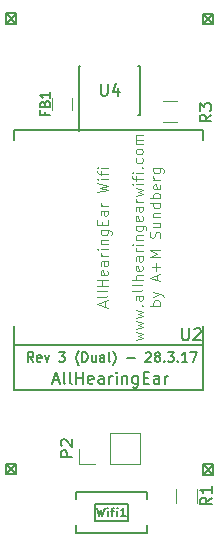
<source format=gbr>
G04 #@! TF.FileFunction,Legend,Top*
%FSLAX46Y46*%
G04 Gerber Fmt 4.6, Leading zero omitted, Abs format (unit mm)*
G04 Created by KiCad (PCBNEW 4.0.4-stable) date 03/30/17 11:45:36*
%MOMM*%
%LPD*%
G01*
G04 APERTURE LIST*
%ADD10C,0.100000*%
%ADD11C,0.150000*%
%ADD12C,0.125000*%
%ADD13C,0.127000*%
%ADD14C,0.120000*%
%ADD15C,0.152400*%
G04 APERTURE END LIST*
D10*
D11*
X144552380Y-91091905D02*
X144285713Y-90710952D01*
X144095237Y-91091905D02*
X144095237Y-90291905D01*
X144399999Y-90291905D01*
X144476190Y-90330000D01*
X144514285Y-90368095D01*
X144552380Y-90444286D01*
X144552380Y-90558571D01*
X144514285Y-90634762D01*
X144476190Y-90672857D01*
X144399999Y-90710952D01*
X144095237Y-90710952D01*
X145199999Y-91053810D02*
X145123809Y-91091905D01*
X144971428Y-91091905D01*
X144895237Y-91053810D01*
X144857142Y-90977619D01*
X144857142Y-90672857D01*
X144895237Y-90596667D01*
X144971428Y-90558571D01*
X145123809Y-90558571D01*
X145199999Y-90596667D01*
X145238094Y-90672857D01*
X145238094Y-90749048D01*
X144857142Y-90825238D01*
X145504761Y-90558571D02*
X145695237Y-91091905D01*
X145885713Y-90558571D01*
X146723809Y-90291905D02*
X147219047Y-90291905D01*
X146952380Y-90596667D01*
X147066666Y-90596667D01*
X147142856Y-90634762D01*
X147180952Y-90672857D01*
X147219047Y-90749048D01*
X147219047Y-90939524D01*
X147180952Y-91015714D01*
X147142856Y-91053810D01*
X147066666Y-91091905D01*
X146838094Y-91091905D01*
X146761904Y-91053810D01*
X146723809Y-91015714D01*
X148400000Y-91396667D02*
X148361904Y-91358571D01*
X148285714Y-91244286D01*
X148247619Y-91168095D01*
X148209523Y-91053810D01*
X148171428Y-90863333D01*
X148171428Y-90710952D01*
X148209523Y-90520476D01*
X148247619Y-90406190D01*
X148285714Y-90330000D01*
X148361904Y-90215714D01*
X148400000Y-90177619D01*
X148704761Y-91091905D02*
X148704761Y-90291905D01*
X148895237Y-90291905D01*
X149009523Y-90330000D01*
X149085714Y-90406190D01*
X149123809Y-90482381D01*
X149161904Y-90634762D01*
X149161904Y-90749048D01*
X149123809Y-90901429D01*
X149085714Y-90977619D01*
X149009523Y-91053810D01*
X148895237Y-91091905D01*
X148704761Y-91091905D01*
X149847618Y-90558571D02*
X149847618Y-91091905D01*
X149504761Y-90558571D02*
X149504761Y-90977619D01*
X149542856Y-91053810D01*
X149619047Y-91091905D01*
X149733333Y-91091905D01*
X149809523Y-91053810D01*
X149847618Y-91015714D01*
X150571428Y-91091905D02*
X150571428Y-90672857D01*
X150533333Y-90596667D01*
X150457143Y-90558571D01*
X150304762Y-90558571D01*
X150228571Y-90596667D01*
X150571428Y-91053810D02*
X150495238Y-91091905D01*
X150304762Y-91091905D01*
X150228571Y-91053810D01*
X150190476Y-90977619D01*
X150190476Y-90901429D01*
X150228571Y-90825238D01*
X150304762Y-90787143D01*
X150495238Y-90787143D01*
X150571428Y-90749048D01*
X151066667Y-91091905D02*
X150990476Y-91053810D01*
X150952381Y-90977619D01*
X150952381Y-90291905D01*
X151295239Y-91396667D02*
X151333334Y-91358571D01*
X151409524Y-91244286D01*
X151447620Y-91168095D01*
X151485715Y-91053810D01*
X151523810Y-90863333D01*
X151523810Y-90710952D01*
X151485715Y-90520476D01*
X151447620Y-90406190D01*
X151409524Y-90330000D01*
X151333334Y-90215714D01*
X151295239Y-90177619D01*
X152514286Y-90787143D02*
X153123810Y-90787143D01*
X154076191Y-90368095D02*
X154114286Y-90330000D01*
X154190477Y-90291905D01*
X154380953Y-90291905D01*
X154457143Y-90330000D01*
X154495239Y-90368095D01*
X154533334Y-90444286D01*
X154533334Y-90520476D01*
X154495239Y-90634762D01*
X154038096Y-91091905D01*
X154533334Y-91091905D01*
X154990477Y-90634762D02*
X154914286Y-90596667D01*
X154876191Y-90558571D01*
X154838096Y-90482381D01*
X154838096Y-90444286D01*
X154876191Y-90368095D01*
X154914286Y-90330000D01*
X154990477Y-90291905D01*
X155142858Y-90291905D01*
X155219048Y-90330000D01*
X155257144Y-90368095D01*
X155295239Y-90444286D01*
X155295239Y-90482381D01*
X155257144Y-90558571D01*
X155219048Y-90596667D01*
X155142858Y-90634762D01*
X154990477Y-90634762D01*
X154914286Y-90672857D01*
X154876191Y-90710952D01*
X154838096Y-90787143D01*
X154838096Y-90939524D01*
X154876191Y-91015714D01*
X154914286Y-91053810D01*
X154990477Y-91091905D01*
X155142858Y-91091905D01*
X155219048Y-91053810D01*
X155257144Y-91015714D01*
X155295239Y-90939524D01*
X155295239Y-90787143D01*
X155257144Y-90710952D01*
X155219048Y-90672857D01*
X155142858Y-90634762D01*
X155638096Y-91015714D02*
X155676191Y-91053810D01*
X155638096Y-91091905D01*
X155600001Y-91053810D01*
X155638096Y-91015714D01*
X155638096Y-91091905D01*
X155942858Y-90291905D02*
X156438096Y-90291905D01*
X156171429Y-90596667D01*
X156285715Y-90596667D01*
X156361905Y-90634762D01*
X156400001Y-90672857D01*
X156438096Y-90749048D01*
X156438096Y-90939524D01*
X156400001Y-91015714D01*
X156361905Y-91053810D01*
X156285715Y-91091905D01*
X156057143Y-91091905D01*
X155980953Y-91053810D01*
X155942858Y-91015714D01*
X156780953Y-91015714D02*
X156819048Y-91053810D01*
X156780953Y-91091905D01*
X156742858Y-91053810D01*
X156780953Y-91015714D01*
X156780953Y-91091905D01*
X157580953Y-91091905D02*
X157123810Y-91091905D01*
X157352381Y-91091905D02*
X157352381Y-90291905D01*
X157276191Y-90406190D01*
X157200000Y-90482381D01*
X157123810Y-90520476D01*
X157847620Y-90291905D02*
X158380953Y-90291905D01*
X158038096Y-91091905D01*
D12*
X150607500Y-86432857D02*
X150607500Y-86004286D01*
X150864643Y-86518572D02*
X149964643Y-86218572D01*
X150864643Y-85918572D01*
X150864643Y-85490000D02*
X150821786Y-85575714D01*
X150736071Y-85618571D01*
X149964643Y-85618571D01*
X150864643Y-85018571D02*
X150821786Y-85104285D01*
X150736071Y-85147142D01*
X149964643Y-85147142D01*
X150864643Y-84675713D02*
X149964643Y-84675713D01*
X150393214Y-84675713D02*
X150393214Y-84161428D01*
X150864643Y-84161428D02*
X149964643Y-84161428D01*
X150821786Y-83389999D02*
X150864643Y-83475713D01*
X150864643Y-83647142D01*
X150821786Y-83732856D01*
X150736071Y-83775713D01*
X150393214Y-83775713D01*
X150307500Y-83732856D01*
X150264643Y-83647142D01*
X150264643Y-83475713D01*
X150307500Y-83389999D01*
X150393214Y-83347142D01*
X150478929Y-83347142D01*
X150564643Y-83775713D01*
X150864643Y-82575713D02*
X150393214Y-82575713D01*
X150307500Y-82618570D01*
X150264643Y-82704284D01*
X150264643Y-82875713D01*
X150307500Y-82961427D01*
X150821786Y-82575713D02*
X150864643Y-82661427D01*
X150864643Y-82875713D01*
X150821786Y-82961427D01*
X150736071Y-83004284D01*
X150650357Y-83004284D01*
X150564643Y-82961427D01*
X150521786Y-82875713D01*
X150521786Y-82661427D01*
X150478929Y-82575713D01*
X150864643Y-82147141D02*
X150264643Y-82147141D01*
X150436071Y-82147141D02*
X150350357Y-82104284D01*
X150307500Y-82061427D01*
X150264643Y-81975713D01*
X150264643Y-81889998D01*
X150864643Y-81589998D02*
X150264643Y-81589998D01*
X149964643Y-81589998D02*
X150007500Y-81632855D01*
X150050357Y-81589998D01*
X150007500Y-81547141D01*
X149964643Y-81589998D01*
X150050357Y-81589998D01*
X150264643Y-81161427D02*
X150864643Y-81161427D01*
X150350357Y-81161427D02*
X150307500Y-81118570D01*
X150264643Y-81032856D01*
X150264643Y-80904284D01*
X150307500Y-80818570D01*
X150393214Y-80775713D01*
X150864643Y-80775713D01*
X150264643Y-79961427D02*
X150993214Y-79961427D01*
X151078929Y-80004284D01*
X151121786Y-80047141D01*
X151164643Y-80132856D01*
X151164643Y-80261427D01*
X151121786Y-80347141D01*
X150821786Y-79961427D02*
X150864643Y-80047141D01*
X150864643Y-80218570D01*
X150821786Y-80304284D01*
X150778929Y-80347141D01*
X150693214Y-80389998D01*
X150436071Y-80389998D01*
X150350357Y-80347141D01*
X150307500Y-80304284D01*
X150264643Y-80218570D01*
X150264643Y-80047141D01*
X150307500Y-79961427D01*
X150393214Y-79532855D02*
X150393214Y-79232855D01*
X150864643Y-79104284D02*
X150864643Y-79532855D01*
X149964643Y-79532855D01*
X149964643Y-79104284D01*
X150864643Y-78332855D02*
X150393214Y-78332855D01*
X150307500Y-78375712D01*
X150264643Y-78461426D01*
X150264643Y-78632855D01*
X150307500Y-78718569D01*
X150821786Y-78332855D02*
X150864643Y-78418569D01*
X150864643Y-78632855D01*
X150821786Y-78718569D01*
X150736071Y-78761426D01*
X150650357Y-78761426D01*
X150564643Y-78718569D01*
X150521786Y-78632855D01*
X150521786Y-78418569D01*
X150478929Y-78332855D01*
X150864643Y-77904283D02*
X150264643Y-77904283D01*
X150436071Y-77904283D02*
X150350357Y-77861426D01*
X150307500Y-77818569D01*
X150264643Y-77732855D01*
X150264643Y-77647140D01*
X149964643Y-76747141D02*
X150864643Y-76532855D01*
X150221786Y-76361426D01*
X150864643Y-76189998D01*
X149964643Y-75975712D01*
X150864643Y-75632855D02*
X150264643Y-75632855D01*
X149964643Y-75632855D02*
X150007500Y-75675712D01*
X150050357Y-75632855D01*
X150007500Y-75589998D01*
X149964643Y-75632855D01*
X150050357Y-75632855D01*
X150264643Y-75332856D02*
X150264643Y-74989999D01*
X150864643Y-75204284D02*
X150093214Y-75204284D01*
X150007500Y-75161427D01*
X149964643Y-75075713D01*
X149964643Y-74989999D01*
X150864643Y-74689998D02*
X150264643Y-74689998D01*
X149964643Y-74689998D02*
X150007500Y-74732855D01*
X150050357Y-74689998D01*
X150007500Y-74647141D01*
X149964643Y-74689998D01*
X150050357Y-74689998D01*
X153214643Y-89261430D02*
X153814643Y-89090001D01*
X153386071Y-88918572D01*
X153814643Y-88747144D01*
X153214643Y-88575715D01*
X153214643Y-88318573D02*
X153814643Y-88147144D01*
X153386071Y-87975715D01*
X153814643Y-87804287D01*
X153214643Y-87632858D01*
X153214643Y-87375716D02*
X153814643Y-87204287D01*
X153386071Y-87032858D01*
X153814643Y-86861430D01*
X153214643Y-86690001D01*
X153728929Y-86347144D02*
X153771786Y-86304287D01*
X153814643Y-86347144D01*
X153771786Y-86390001D01*
X153728929Y-86347144D01*
X153814643Y-86347144D01*
X153814643Y-85532859D02*
X153343214Y-85532859D01*
X153257500Y-85575716D01*
X153214643Y-85661430D01*
X153214643Y-85832859D01*
X153257500Y-85918573D01*
X153771786Y-85532859D02*
X153814643Y-85618573D01*
X153814643Y-85832859D01*
X153771786Y-85918573D01*
X153686071Y-85961430D01*
X153600357Y-85961430D01*
X153514643Y-85918573D01*
X153471786Y-85832859D01*
X153471786Y-85618573D01*
X153428929Y-85532859D01*
X153814643Y-84975716D02*
X153771786Y-85061430D01*
X153686071Y-85104287D01*
X152914643Y-85104287D01*
X153814643Y-84504287D02*
X153771786Y-84590001D01*
X153686071Y-84632858D01*
X152914643Y-84632858D01*
X153814643Y-84161429D02*
X152914643Y-84161429D01*
X153814643Y-83775715D02*
X153343214Y-83775715D01*
X153257500Y-83818572D01*
X153214643Y-83904286D01*
X153214643Y-84032858D01*
X153257500Y-84118572D01*
X153300357Y-84161429D01*
X153771786Y-83004286D02*
X153814643Y-83090000D01*
X153814643Y-83261429D01*
X153771786Y-83347143D01*
X153686071Y-83390000D01*
X153343214Y-83390000D01*
X153257500Y-83347143D01*
X153214643Y-83261429D01*
X153214643Y-83090000D01*
X153257500Y-83004286D01*
X153343214Y-82961429D01*
X153428929Y-82961429D01*
X153514643Y-83390000D01*
X153814643Y-82190000D02*
X153343214Y-82190000D01*
X153257500Y-82232857D01*
X153214643Y-82318571D01*
X153214643Y-82490000D01*
X153257500Y-82575714D01*
X153771786Y-82190000D02*
X153814643Y-82275714D01*
X153814643Y-82490000D01*
X153771786Y-82575714D01*
X153686071Y-82618571D01*
X153600357Y-82618571D01*
X153514643Y-82575714D01*
X153471786Y-82490000D01*
X153471786Y-82275714D01*
X153428929Y-82190000D01*
X153814643Y-81761428D02*
X153214643Y-81761428D01*
X153386071Y-81761428D02*
X153300357Y-81718571D01*
X153257500Y-81675714D01*
X153214643Y-81590000D01*
X153214643Y-81504285D01*
X153814643Y-81204285D02*
X153214643Y-81204285D01*
X152914643Y-81204285D02*
X152957500Y-81247142D01*
X153000357Y-81204285D01*
X152957500Y-81161428D01*
X152914643Y-81204285D01*
X153000357Y-81204285D01*
X153214643Y-80775714D02*
X153814643Y-80775714D01*
X153300357Y-80775714D02*
X153257500Y-80732857D01*
X153214643Y-80647143D01*
X153214643Y-80518571D01*
X153257500Y-80432857D01*
X153343214Y-80390000D01*
X153814643Y-80390000D01*
X153214643Y-79575714D02*
X153943214Y-79575714D01*
X154028929Y-79618571D01*
X154071786Y-79661428D01*
X154114643Y-79747143D01*
X154114643Y-79875714D01*
X154071786Y-79961428D01*
X153771786Y-79575714D02*
X153814643Y-79661428D01*
X153814643Y-79832857D01*
X153771786Y-79918571D01*
X153728929Y-79961428D01*
X153643214Y-80004285D01*
X153386071Y-80004285D01*
X153300357Y-79961428D01*
X153257500Y-79918571D01*
X153214643Y-79832857D01*
X153214643Y-79661428D01*
X153257500Y-79575714D01*
X153771786Y-78804285D02*
X153814643Y-78889999D01*
X153814643Y-79061428D01*
X153771786Y-79147142D01*
X153686071Y-79189999D01*
X153343214Y-79189999D01*
X153257500Y-79147142D01*
X153214643Y-79061428D01*
X153214643Y-78889999D01*
X153257500Y-78804285D01*
X153343214Y-78761428D01*
X153428929Y-78761428D01*
X153514643Y-79189999D01*
X153814643Y-77989999D02*
X153343214Y-77989999D01*
X153257500Y-78032856D01*
X153214643Y-78118570D01*
X153214643Y-78289999D01*
X153257500Y-78375713D01*
X153771786Y-77989999D02*
X153814643Y-78075713D01*
X153814643Y-78289999D01*
X153771786Y-78375713D01*
X153686071Y-78418570D01*
X153600357Y-78418570D01*
X153514643Y-78375713D01*
X153471786Y-78289999D01*
X153471786Y-78075713D01*
X153428929Y-77989999D01*
X153814643Y-77561427D02*
X153214643Y-77561427D01*
X153386071Y-77561427D02*
X153300357Y-77518570D01*
X153257500Y-77475713D01*
X153214643Y-77389999D01*
X153214643Y-77304284D01*
X153214643Y-77089999D02*
X153814643Y-76918570D01*
X153386071Y-76747141D01*
X153814643Y-76575713D01*
X153214643Y-76404284D01*
X153814643Y-76061427D02*
X153214643Y-76061427D01*
X152914643Y-76061427D02*
X152957500Y-76104284D01*
X153000357Y-76061427D01*
X152957500Y-76018570D01*
X152914643Y-76061427D01*
X153000357Y-76061427D01*
X153214643Y-75761428D02*
X153214643Y-75418571D01*
X153814643Y-75632856D02*
X153043214Y-75632856D01*
X152957500Y-75589999D01*
X152914643Y-75504285D01*
X152914643Y-75418571D01*
X153814643Y-75118570D02*
X153214643Y-75118570D01*
X152914643Y-75118570D02*
X152957500Y-75161427D01*
X153000357Y-75118570D01*
X152957500Y-75075713D01*
X152914643Y-75118570D01*
X153000357Y-75118570D01*
X153728929Y-74689999D02*
X153771786Y-74647142D01*
X153814643Y-74689999D01*
X153771786Y-74732856D01*
X153728929Y-74689999D01*
X153814643Y-74689999D01*
X153771786Y-73875714D02*
X153814643Y-73961428D01*
X153814643Y-74132857D01*
X153771786Y-74218571D01*
X153728929Y-74261428D01*
X153643214Y-74304285D01*
X153386071Y-74304285D01*
X153300357Y-74261428D01*
X153257500Y-74218571D01*
X153214643Y-74132857D01*
X153214643Y-73961428D01*
X153257500Y-73875714D01*
X153814643Y-73361428D02*
X153771786Y-73447142D01*
X153728929Y-73489999D01*
X153643214Y-73532856D01*
X153386071Y-73532856D01*
X153300357Y-73489999D01*
X153257500Y-73447142D01*
X153214643Y-73361428D01*
X153214643Y-73232856D01*
X153257500Y-73147142D01*
X153300357Y-73104285D01*
X153386071Y-73061428D01*
X153643214Y-73061428D01*
X153728929Y-73104285D01*
X153771786Y-73147142D01*
X153814643Y-73232856D01*
X153814643Y-73361428D01*
X153814643Y-72675713D02*
X153214643Y-72675713D01*
X153300357Y-72675713D02*
X153257500Y-72632856D01*
X153214643Y-72547142D01*
X153214643Y-72418570D01*
X153257500Y-72332856D01*
X153343214Y-72289999D01*
X153814643Y-72289999D01*
X153343214Y-72289999D02*
X153257500Y-72247142D01*
X153214643Y-72161428D01*
X153214643Y-72032856D01*
X153257500Y-71947142D01*
X153343214Y-71904285D01*
X153814643Y-71904285D01*
X155289643Y-86347143D02*
X154389643Y-86347143D01*
X154732500Y-86347143D02*
X154689643Y-86261429D01*
X154689643Y-86090000D01*
X154732500Y-86004286D01*
X154775357Y-85961429D01*
X154861071Y-85918572D01*
X155118214Y-85918572D01*
X155203929Y-85961429D01*
X155246786Y-86004286D01*
X155289643Y-86090000D01*
X155289643Y-86261429D01*
X155246786Y-86347143D01*
X154689643Y-85618572D02*
X155289643Y-85404286D01*
X154689643Y-85190000D02*
X155289643Y-85404286D01*
X155503929Y-85490000D01*
X155546786Y-85532857D01*
X155589643Y-85618572D01*
X155032500Y-84204286D02*
X155032500Y-83775715D01*
X155289643Y-84290001D02*
X154389643Y-83990001D01*
X155289643Y-83690001D01*
X154946786Y-83390000D02*
X154946786Y-82704286D01*
X155289643Y-83047143D02*
X154603929Y-83047143D01*
X155289643Y-82275714D02*
X154389643Y-82275714D01*
X155032500Y-81975714D01*
X154389643Y-81675714D01*
X155289643Y-81675714D01*
X155246786Y-80604286D02*
X155289643Y-80475715D01*
X155289643Y-80261429D01*
X155246786Y-80175715D01*
X155203929Y-80132858D01*
X155118214Y-80090001D01*
X155032500Y-80090001D01*
X154946786Y-80132858D01*
X154903929Y-80175715D01*
X154861071Y-80261429D01*
X154818214Y-80432858D01*
X154775357Y-80518572D01*
X154732500Y-80561429D01*
X154646786Y-80604286D01*
X154561071Y-80604286D01*
X154475357Y-80561429D01*
X154432500Y-80518572D01*
X154389643Y-80432858D01*
X154389643Y-80218572D01*
X154432500Y-80090001D01*
X154689643Y-79318572D02*
X155289643Y-79318572D01*
X154689643Y-79704286D02*
X155161071Y-79704286D01*
X155246786Y-79661429D01*
X155289643Y-79575715D01*
X155289643Y-79447143D01*
X155246786Y-79361429D01*
X155203929Y-79318572D01*
X154689643Y-78890000D02*
X155289643Y-78890000D01*
X154775357Y-78890000D02*
X154732500Y-78847143D01*
X154689643Y-78761429D01*
X154689643Y-78632857D01*
X154732500Y-78547143D01*
X154818214Y-78504286D01*
X155289643Y-78504286D01*
X155289643Y-77690000D02*
X154389643Y-77690000D01*
X155246786Y-77690000D02*
X155289643Y-77775714D01*
X155289643Y-77947143D01*
X155246786Y-78032857D01*
X155203929Y-78075714D01*
X155118214Y-78118571D01*
X154861071Y-78118571D01*
X154775357Y-78075714D01*
X154732500Y-78032857D01*
X154689643Y-77947143D01*
X154689643Y-77775714D01*
X154732500Y-77690000D01*
X155289643Y-77261428D02*
X154389643Y-77261428D01*
X154732500Y-77261428D02*
X154689643Y-77175714D01*
X154689643Y-77004285D01*
X154732500Y-76918571D01*
X154775357Y-76875714D01*
X154861071Y-76832857D01*
X155118214Y-76832857D01*
X155203929Y-76875714D01*
X155246786Y-76918571D01*
X155289643Y-77004285D01*
X155289643Y-77175714D01*
X155246786Y-77261428D01*
X155246786Y-76104285D02*
X155289643Y-76189999D01*
X155289643Y-76361428D01*
X155246786Y-76447142D01*
X155161071Y-76489999D01*
X154818214Y-76489999D01*
X154732500Y-76447142D01*
X154689643Y-76361428D01*
X154689643Y-76189999D01*
X154732500Y-76104285D01*
X154818214Y-76061428D01*
X154903929Y-76061428D01*
X154989643Y-76489999D01*
X155289643Y-75675713D02*
X154689643Y-75675713D01*
X154861071Y-75675713D02*
X154775357Y-75632856D01*
X154732500Y-75589999D01*
X154689643Y-75504285D01*
X154689643Y-75418570D01*
X154689643Y-74732856D02*
X155418214Y-74732856D01*
X155503929Y-74775713D01*
X155546786Y-74818570D01*
X155589643Y-74904285D01*
X155589643Y-75032856D01*
X155546786Y-75118570D01*
X155246786Y-74732856D02*
X155289643Y-74818570D01*
X155289643Y-74989999D01*
X155246786Y-75075713D01*
X155203929Y-75118570D01*
X155118214Y-75161427D01*
X154861071Y-75161427D01*
X154775357Y-75118570D01*
X154732500Y-75075713D01*
X154689643Y-74989999D01*
X154689643Y-74818570D01*
X154732500Y-74732856D01*
D13*
X158910000Y-100660000D02*
X159785000Y-100660000D01*
X159760000Y-99810000D02*
X158910000Y-100660000D01*
X159785000Y-100660000D02*
X158910000Y-99785000D01*
X159785000Y-99785000D02*
X158910000Y-99785000D01*
X158910000Y-100660000D02*
X158910000Y-99785000D01*
X159785000Y-100660000D02*
X159785000Y-99785000D01*
X143105000Y-100640000D02*
X143105000Y-99765000D01*
X142230000Y-100640000D02*
X143105000Y-100640000D01*
X142230000Y-100640000D02*
X142230000Y-99765000D01*
X143080000Y-99790000D02*
X142230000Y-100640000D01*
X143105000Y-99765000D02*
X142230000Y-99765000D01*
X143105000Y-100640000D02*
X142230000Y-99765000D01*
X143115000Y-62480000D02*
X142240000Y-61605000D01*
X143115000Y-61605000D02*
X142240000Y-61605000D01*
X143090000Y-61630000D02*
X142240000Y-62480000D01*
X142240000Y-62480000D02*
X142240000Y-61605000D01*
X142240000Y-62480000D02*
X143115000Y-62480000D01*
X143115000Y-62480000D02*
X143115000Y-61605000D01*
X159750000Y-62500000D02*
X159750000Y-61625000D01*
X158875000Y-62500000D02*
X159750000Y-62500000D01*
X158875000Y-62500000D02*
X158875000Y-61625000D01*
X159725000Y-61650000D02*
X158875000Y-62500000D01*
X159750000Y-61625000D02*
X158875000Y-61625000D01*
X159750000Y-62500000D02*
X158875000Y-61625000D01*
D11*
X148385000Y-70185000D02*
X148435000Y-70185000D01*
X148385000Y-66035000D02*
X148530000Y-66035000D01*
X153535000Y-66035000D02*
X153390000Y-66035000D01*
X153535000Y-70185000D02*
X153390000Y-70185000D01*
X148385000Y-70185000D02*
X148385000Y-66035000D01*
X153535000Y-70185000D02*
X153535000Y-66035000D01*
X148435000Y-70185000D02*
X148435000Y-71585000D01*
D14*
X147820000Y-69810000D02*
X147820000Y-68810000D01*
X146120000Y-68810000D02*
X146120000Y-69810000D01*
X156630000Y-103040000D02*
X156630000Y-101840000D01*
X158390000Y-101840000D02*
X158390000Y-103040000D01*
X155500000Y-69070000D02*
X156700000Y-69070000D01*
X156700000Y-70830000D02*
X155500000Y-70830000D01*
D11*
X152580000Y-104560000D02*
X149780000Y-104560000D01*
X149780000Y-104560000D02*
X149780000Y-103160000D01*
X149780000Y-103160000D02*
X152580000Y-103160000D01*
X152580000Y-103160000D02*
X152580000Y-104560000D01*
X148180000Y-105610000D02*
X148180000Y-104960000D01*
X148180000Y-102110000D02*
X148180000Y-102760000D01*
X154180000Y-102760000D02*
X154180000Y-102110000D01*
X154180000Y-105610000D02*
X154180000Y-104960000D01*
X148180000Y-105610000D02*
X154180000Y-105610000D01*
X154180000Y-102110000D02*
X148180000Y-102110000D01*
D14*
X151000000Y-99780000D02*
X153600000Y-99780000D01*
X153600000Y-99780000D02*
X153600000Y-97120000D01*
X153600000Y-97120000D02*
X151000000Y-97120000D01*
X151000000Y-97120000D02*
X151000000Y-99780000D01*
X149730000Y-99780000D02*
X148400000Y-99780000D01*
X148400000Y-99780000D02*
X148400000Y-98450000D01*
D15*
X158940000Y-93520000D02*
X142940000Y-93520000D01*
X142940000Y-93520000D02*
X142940000Y-88120000D01*
X158940000Y-93520000D02*
X158940000Y-88120000D01*
X158940000Y-72320000D02*
X158940000Y-71520000D01*
X158940000Y-71520000D02*
X142940000Y-71520000D01*
X142940000Y-71520000D02*
X142940000Y-72320000D01*
X158948000Y-89720000D02*
X142948000Y-89720000D01*
D11*
X150268095Y-67562381D02*
X150268095Y-68371905D01*
X150315714Y-68467143D01*
X150363333Y-68514762D01*
X150458571Y-68562381D01*
X150649048Y-68562381D01*
X150744286Y-68514762D01*
X150791905Y-68467143D01*
X150839524Y-68371905D01*
X150839524Y-67562381D01*
X151744286Y-67895714D02*
X151744286Y-68562381D01*
X151506190Y-67514762D02*
X151268095Y-68229048D01*
X151887143Y-68229048D01*
X145502857Y-69936666D02*
X145502857Y-70203333D01*
X145921905Y-70203333D02*
X145121905Y-70203333D01*
X145121905Y-69822380D01*
X145502857Y-69250952D02*
X145540952Y-69136666D01*
X145579048Y-69098571D01*
X145655238Y-69060476D01*
X145769524Y-69060476D01*
X145845714Y-69098571D01*
X145883810Y-69136666D01*
X145921905Y-69212857D01*
X145921905Y-69517619D01*
X145121905Y-69517619D01*
X145121905Y-69250952D01*
X145160000Y-69174762D01*
X145198095Y-69136666D01*
X145274286Y-69098571D01*
X145350476Y-69098571D01*
X145426667Y-69136666D01*
X145464762Y-69174762D01*
X145502857Y-69250952D01*
X145502857Y-69517619D01*
X145921905Y-68298571D02*
X145921905Y-68755714D01*
X145921905Y-68527143D02*
X145121905Y-68527143D01*
X145236190Y-68603333D01*
X145312381Y-68679524D01*
X145350476Y-68755714D01*
X159662381Y-102606666D02*
X159186190Y-102940000D01*
X159662381Y-103178095D02*
X158662381Y-103178095D01*
X158662381Y-102797142D01*
X158710000Y-102701904D01*
X158757619Y-102654285D01*
X158852857Y-102606666D01*
X158995714Y-102606666D01*
X159090952Y-102654285D01*
X159138571Y-102701904D01*
X159186190Y-102797142D01*
X159186190Y-103178095D01*
X159662381Y-101654285D02*
X159662381Y-102225714D01*
X159662381Y-101940000D02*
X158662381Y-101940000D01*
X158805238Y-102035238D01*
X158900476Y-102130476D01*
X158948095Y-102225714D01*
X159622381Y-70176666D02*
X159146190Y-70510000D01*
X159622381Y-70748095D02*
X158622381Y-70748095D01*
X158622381Y-70367142D01*
X158670000Y-70271904D01*
X158717619Y-70224285D01*
X158812857Y-70176666D01*
X158955714Y-70176666D01*
X159050952Y-70224285D01*
X159098571Y-70271904D01*
X159146190Y-70367142D01*
X159146190Y-70748095D01*
X158622381Y-69843333D02*
X158622381Y-69224285D01*
X159003333Y-69557619D01*
X159003333Y-69414761D01*
X159050952Y-69319523D01*
X159098571Y-69271904D01*
X159193810Y-69224285D01*
X159431905Y-69224285D01*
X159527143Y-69271904D01*
X159574762Y-69319523D01*
X159622381Y-69414761D01*
X159622381Y-69700476D01*
X159574762Y-69795714D01*
X159527143Y-69843333D01*
X149930000Y-103449286D02*
X150108571Y-104199286D01*
X150251428Y-103663571D01*
X150394286Y-104199286D01*
X150572857Y-103449286D01*
X150858571Y-104199286D02*
X150858571Y-103699286D01*
X150858571Y-103449286D02*
X150822857Y-103485000D01*
X150858571Y-103520714D01*
X150894286Y-103485000D01*
X150858571Y-103449286D01*
X150858571Y-103520714D01*
X151108572Y-103699286D02*
X151394286Y-103699286D01*
X151215714Y-104199286D02*
X151215714Y-103556429D01*
X151251429Y-103485000D01*
X151322857Y-103449286D01*
X151394286Y-103449286D01*
X151644285Y-104199286D02*
X151644285Y-103699286D01*
X151644285Y-103449286D02*
X151608571Y-103485000D01*
X151644285Y-103520714D01*
X151680000Y-103485000D01*
X151644285Y-103449286D01*
X151644285Y-103520714D01*
X152394286Y-104199286D02*
X151965714Y-104199286D01*
X152180000Y-104199286D02*
X152180000Y-103449286D01*
X152108571Y-103556429D01*
X152037143Y-103627857D01*
X151965714Y-103663571D01*
X147852381Y-99188095D02*
X146852381Y-99188095D01*
X146852381Y-98807142D01*
X146900000Y-98711904D01*
X146947619Y-98664285D01*
X147042857Y-98616666D01*
X147185714Y-98616666D01*
X147280952Y-98664285D01*
X147328571Y-98711904D01*
X147376190Y-98807142D01*
X147376190Y-99188095D01*
X146947619Y-98235714D02*
X146900000Y-98188095D01*
X146852381Y-98092857D01*
X146852381Y-97854761D01*
X146900000Y-97759523D01*
X146947619Y-97711904D01*
X147042857Y-97664285D01*
X147138095Y-97664285D01*
X147280952Y-97711904D01*
X147852381Y-98283333D01*
X147852381Y-97664285D01*
X157153095Y-88272381D02*
X157153095Y-89081905D01*
X157200714Y-89177143D01*
X157248333Y-89224762D01*
X157343571Y-89272381D01*
X157534048Y-89272381D01*
X157629286Y-89224762D01*
X157676905Y-89177143D01*
X157724524Y-89081905D01*
X157724524Y-88272381D01*
X158153095Y-88367619D02*
X158200714Y-88320000D01*
X158295952Y-88272381D01*
X158534048Y-88272381D01*
X158629286Y-88320000D01*
X158676905Y-88367619D01*
X158724524Y-88462857D01*
X158724524Y-88558095D01*
X158676905Y-88700952D01*
X158105476Y-89272381D01*
X158724524Y-89272381D01*
X146214666Y-92686667D02*
X146690857Y-92686667D01*
X146119428Y-92972381D02*
X146452761Y-91972381D01*
X146786095Y-92972381D01*
X147262285Y-92972381D02*
X147167047Y-92924762D01*
X147119428Y-92829524D01*
X147119428Y-91972381D01*
X147786095Y-92972381D02*
X147690857Y-92924762D01*
X147643238Y-92829524D01*
X147643238Y-91972381D01*
X148167048Y-92972381D02*
X148167048Y-91972381D01*
X148167048Y-92448571D02*
X148738477Y-92448571D01*
X148738477Y-92972381D02*
X148738477Y-91972381D01*
X149595620Y-92924762D02*
X149500382Y-92972381D01*
X149309905Y-92972381D01*
X149214667Y-92924762D01*
X149167048Y-92829524D01*
X149167048Y-92448571D01*
X149214667Y-92353333D01*
X149309905Y-92305714D01*
X149500382Y-92305714D01*
X149595620Y-92353333D01*
X149643239Y-92448571D01*
X149643239Y-92543810D01*
X149167048Y-92639048D01*
X150500382Y-92972381D02*
X150500382Y-92448571D01*
X150452763Y-92353333D01*
X150357525Y-92305714D01*
X150167048Y-92305714D01*
X150071810Y-92353333D01*
X150500382Y-92924762D02*
X150405144Y-92972381D01*
X150167048Y-92972381D01*
X150071810Y-92924762D01*
X150024191Y-92829524D01*
X150024191Y-92734286D01*
X150071810Y-92639048D01*
X150167048Y-92591429D01*
X150405144Y-92591429D01*
X150500382Y-92543810D01*
X150976572Y-92972381D02*
X150976572Y-92305714D01*
X150976572Y-92496190D02*
X151024191Y-92400952D01*
X151071810Y-92353333D01*
X151167048Y-92305714D01*
X151262287Y-92305714D01*
X151595620Y-92972381D02*
X151595620Y-92305714D01*
X151595620Y-91972381D02*
X151548001Y-92020000D01*
X151595620Y-92067619D01*
X151643239Y-92020000D01*
X151595620Y-91972381D01*
X151595620Y-92067619D01*
X152071810Y-92305714D02*
X152071810Y-92972381D01*
X152071810Y-92400952D02*
X152119429Y-92353333D01*
X152214667Y-92305714D01*
X152357525Y-92305714D01*
X152452763Y-92353333D01*
X152500382Y-92448571D01*
X152500382Y-92972381D01*
X153405144Y-92305714D02*
X153405144Y-93115238D01*
X153357525Y-93210476D01*
X153309906Y-93258095D01*
X153214667Y-93305714D01*
X153071810Y-93305714D01*
X152976572Y-93258095D01*
X153405144Y-92924762D02*
X153309906Y-92972381D01*
X153119429Y-92972381D01*
X153024191Y-92924762D01*
X152976572Y-92877143D01*
X152928953Y-92781905D01*
X152928953Y-92496190D01*
X152976572Y-92400952D01*
X153024191Y-92353333D01*
X153119429Y-92305714D01*
X153309906Y-92305714D01*
X153405144Y-92353333D01*
X153881334Y-92448571D02*
X154214668Y-92448571D01*
X154357525Y-92972381D02*
X153881334Y-92972381D01*
X153881334Y-91972381D01*
X154357525Y-91972381D01*
X155214668Y-92972381D02*
X155214668Y-92448571D01*
X155167049Y-92353333D01*
X155071811Y-92305714D01*
X154881334Y-92305714D01*
X154786096Y-92353333D01*
X155214668Y-92924762D02*
X155119430Y-92972381D01*
X154881334Y-92972381D01*
X154786096Y-92924762D01*
X154738477Y-92829524D01*
X154738477Y-92734286D01*
X154786096Y-92639048D01*
X154881334Y-92591429D01*
X155119430Y-92591429D01*
X155214668Y-92543810D01*
X155690858Y-92972381D02*
X155690858Y-92305714D01*
X155690858Y-92496190D02*
X155738477Y-92400952D01*
X155786096Y-92353333D01*
X155881334Y-92305714D01*
X155976573Y-92305714D01*
M02*

</source>
